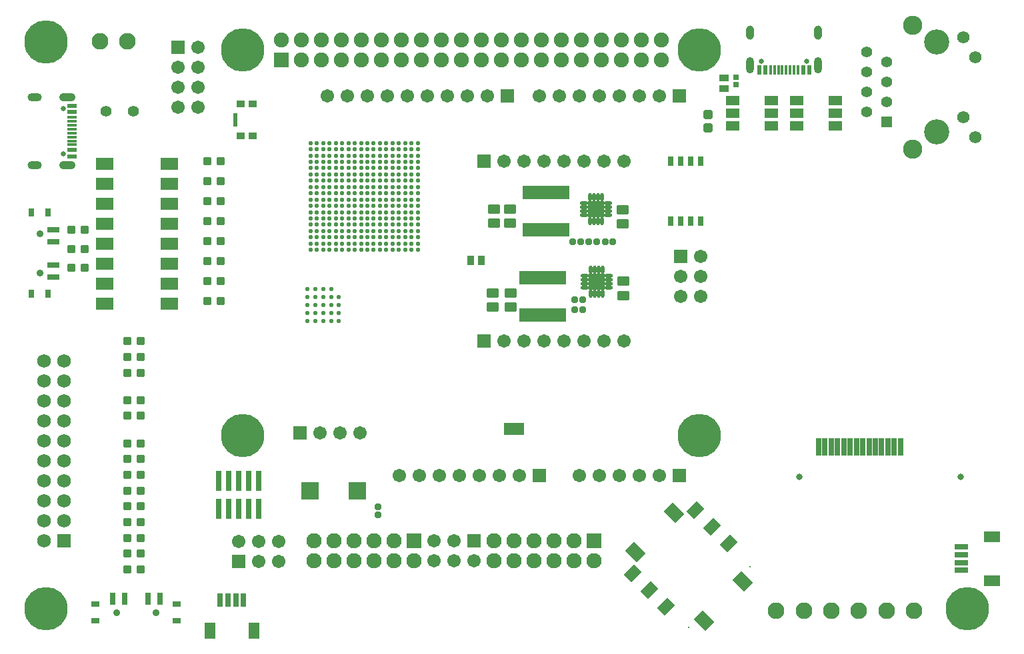
<source format=gts>
G04*
G04 #@! TF.GenerationSoftware,Altium Limited,Altium Designer,23.10.1 (27)*
G04*
G04 Layer_Color=8388736*
%FSLAX44Y44*%
%MOMM*%
G71*
G04*
G04 #@! TF.SameCoordinates,B86BD226-0E7F-4409-BC4F-A9AD3D2462E1*
G04*
G04*
G04 #@! TF.FilePolarity,Negative*
G04*
G01*
G75*
%ADD24R,2.1600X1.5200*%
%ADD28R,0.6000X1.1500*%
%ADD31R,0.7600X1.2700*%
%ADD42R,1.0000X0.9000*%
%ADD43R,0.5500X1.7000*%
%ADD44R,1.1500X0.6000*%
%ADD45R,0.8000X1.0000*%
%ADD50R,1.5000X0.7000*%
%ADD51R,1.0000X0.8000*%
%ADD52R,0.7000X1.5000*%
%ADD56R,0.3000X1.1500*%
%ADD60R,1.1500X0.3000*%
%ADD61R,2.6000X1.6000*%
G04:AMPARAMS|DCode=62|XSize=1.0032mm|YSize=1.0032mm|CornerRadius=0.2016mm|HoleSize=0mm|Usage=FLASHONLY|Rotation=180.000|XOffset=0mm|YOffset=0mm|HoleType=Round|Shape=RoundedRectangle|*
%AMROUNDEDRECTD62*
21,1,1.0032,0.6000,0,0,180.0*
21,1,0.6000,1.0032,0,0,180.0*
1,1,0.4032,-0.3000,0.3000*
1,1,0.4032,0.3000,0.3000*
1,1,0.4032,0.3000,-0.3000*
1,1,0.4032,-0.3000,-0.3000*
%
%ADD62ROUNDEDRECTD62*%
%ADD63C,0.5532*%
%ADD64R,1.7032X1.2032*%
%ADD65R,0.7600X0.7600*%
%ADD66R,1.1532X0.9532*%
%ADD67R,2.0032X2.0032*%
%ADD68O,1.1032X0.4532*%
G04:AMPARAMS|DCode=69|XSize=1.6032mm|YSize=1.2032mm|CornerRadius=0.2266mm|HoleSize=0mm|Usage=FLASHONLY|Rotation=0.000|XOffset=0mm|YOffset=0mm|HoleType=Round|Shape=RoundedRectangle|*
%AMROUNDEDRECTD69*
21,1,1.6032,0.7500,0,0,0.0*
21,1,1.1500,1.2032,0,0,0.0*
1,1,0.4532,0.5750,-0.3750*
1,1,0.4532,-0.5750,-0.3750*
1,1,0.4532,-0.5750,0.3750*
1,1,0.4532,0.5750,0.3750*
%
%ADD69ROUNDEDRECTD69*%
%ADD70O,0.4532X1.1032*%
%ADD71R,0.7033X2.2032*%
%ADD72R,1.7532X0.8032*%
G04:AMPARAMS|DCode=73|XSize=2.1032mm|YSize=1.6032mm|CornerRadius=0mm|HoleSize=0mm|Usage=FLASHONLY|Rotation=135.000|XOffset=0mm|YOffset=0mm|HoleType=Round|Shape=Rectangle|*
%AMROTATEDRECTD73*
4,1,4,1.3104,-0.1768,0.1768,-1.3104,-1.3104,0.1768,-0.1768,1.3104,1.3104,-0.1768,0.0*
%
%ADD73ROTATEDRECTD73*%

G04:AMPARAMS|DCode=74|XSize=0.8032mm|YSize=0.8032mm|CornerRadius=0.1616mm|HoleSize=0mm|Usage=FLASHONLY|Rotation=90.000|XOffset=0mm|YOffset=0mm|HoleType=Round|Shape=RoundedRectangle|*
%AMROUNDEDRECTD74*
21,1,0.8032,0.4800,0,0,90.0*
21,1,0.4800,0.8032,0,0,90.0*
1,1,0.3232,0.2400,0.2400*
1,1,0.3232,0.2400,-0.2400*
1,1,0.3232,-0.2400,-0.2400*
1,1,0.3232,-0.2400,0.2400*
%
%ADD74ROUNDEDRECTD74*%
%ADD75R,0.9532X1.1532*%
G04:AMPARAMS|DCode=76|XSize=1.9032mm|YSize=1.4032mm|CornerRadius=0mm|HoleSize=0mm|Usage=FLASHONLY|Rotation=45.000|XOffset=0mm|YOffset=0mm|HoleType=Round|Shape=Rectangle|*
%AMROTATEDRECTD76*
4,1,4,-0.1768,-1.1690,-1.1690,-0.1768,0.1768,1.1690,1.1690,0.1768,-0.1768,-1.1690,0.0*
%
%ADD76ROTATEDRECTD76*%

%ADD77C,0.5732*%
%ADD78R,2.2032X2.2032*%
%ADD79R,0.8032X2.6032*%
%ADD80R,0.8032X1.7532*%
%ADD81R,5.9032X1.8032*%
G04:AMPARAMS|DCode=82|XSize=0.8032mm|YSize=0.8032mm|CornerRadius=0.1616mm|HoleSize=0mm|Usage=FLASHONLY|Rotation=180.000|XOffset=0mm|YOffset=0mm|HoleType=Round|Shape=RoundedRectangle|*
%AMROUNDEDRECTD82*
21,1,0.8032,0.4800,0,0,180.0*
21,1,0.4800,0.8032,0,0,180.0*
1,1,0.3232,-0.2400,0.2400*
1,1,0.3232,0.2400,0.2400*
1,1,0.3232,0.2400,-0.2400*
1,1,0.3232,-0.2400,-0.2400*
%
%ADD82ROUNDEDRECTD82*%
%ADD83R,0.8382X1.4732*%
%ADD84R,2.0032X1.4032*%
G04:AMPARAMS|DCode=85|XSize=1.2032mm|YSize=1.1032mm|CornerRadius=0.2141mm|HoleSize=0mm|Usage=FLASHONLY|Rotation=0.000|XOffset=0mm|YOffset=0mm|HoleType=Round|Shape=RoundedRectangle|*
%AMROUNDEDRECTD85*
21,1,1.2032,0.6750,0,0,0.0*
21,1,0.7750,1.1032,0,0,0.0*
1,1,0.4282,0.3875,-0.3375*
1,1,0.4282,-0.3875,-0.3375*
1,1,0.4282,-0.3875,0.3375*
1,1,0.4282,0.3875,0.3375*
%
%ADD85ROUNDEDRECTD85*%
%ADD86R,1.4032X2.0032*%
%ADD87C,0.5588*%
%ADD88C,5.5032*%
%ADD89C,1.3900*%
%ADD90C,1.9032*%
%ADD91C,1.7032*%
%ADD92C,2.1032*%
%ADD93C,1.9304*%
%ADD94C,1.4032*%
%ADD95C,1.7532*%
%ADD96C,0.8032*%
%ADD97R,1.7032X1.7032*%
%ADD98C,1.5700*%
%ADD99R,1.7532X1.7532*%
%ADD100R,1.9032X1.9032*%
%ADD101R,1.8796X1.8796*%
%ADD102C,3.2000*%
%ADD103R,1.3900X1.3900*%
%ADD104C,2.4500*%
G04:AMPARAMS|DCode=105|XSize=1mm|YSize=1.8mm|CornerRadius=0.5mm|HoleSize=0mm|Usage=FLASHONLY|Rotation=180.000|XOffset=0mm|YOffset=0mm|HoleType=Round|Shape=RoundedRectangle|*
%AMROUNDEDRECTD105*
21,1,1.0000,0.8000,0,0,180.0*
21,1,0.0000,1.8000,0,0,180.0*
1,1,1.0000,0.0000,0.4000*
1,1,1.0000,0.0000,0.4000*
1,1,1.0000,0.0000,-0.4000*
1,1,1.0000,0.0000,-0.4000*
%
%ADD105ROUNDEDRECTD105*%
G04:AMPARAMS|DCode=106|XSize=1mm|YSize=2.1mm|CornerRadius=0.5mm|HoleSize=0mm|Usage=FLASHONLY|Rotation=180.000|XOffset=0mm|YOffset=0mm|HoleType=Round|Shape=RoundedRectangle|*
%AMROUNDEDRECTD106*
21,1,1.0000,1.1000,0,0,180.0*
21,1,0.0000,2.1000,0,0,180.0*
1,1,1.0000,0.0000,0.5500*
1,1,1.0000,0.0000,0.5500*
1,1,1.0000,0.0000,-0.5500*
1,1,1.0000,0.0000,-0.5500*
%
%ADD106ROUNDEDRECTD106*%
%ADD107C,0.6500*%
%ADD108C,0.9000*%
%ADD109R,1.7032X1.7032*%
%ADD110C,0.2032*%
G04:AMPARAMS|DCode=111|XSize=1mm|YSize=2.1mm|CornerRadius=0.5mm|HoleSize=0mm|Usage=FLASHONLY|Rotation=270.000|XOffset=0mm|YOffset=0mm|HoleType=Round|Shape=RoundedRectangle|*
%AMROUNDEDRECTD111*
21,1,1.0000,1.1000,0,0,270.0*
21,1,0.0000,2.1000,0,0,270.0*
1,1,1.0000,-0.5500,0.0000*
1,1,1.0000,-0.5500,0.0000*
1,1,1.0000,0.5500,0.0000*
1,1,1.0000,0.5500,0.0000*
%
%ADD111ROUNDEDRECTD111*%
G04:AMPARAMS|DCode=112|XSize=1mm|YSize=1.8mm|CornerRadius=0.5mm|HoleSize=0mm|Usage=FLASHONLY|Rotation=270.000|XOffset=0mm|YOffset=0mm|HoleType=Round|Shape=RoundedRectangle|*
%AMROUNDEDRECTD112*
21,1,1.0000,0.8000,0,0,270.0*
21,1,0.0000,1.8000,0,0,270.0*
1,1,1.0000,-0.4000,0.0000*
1,1,1.0000,-0.4000,0.0000*
1,1,1.0000,0.4000,0.0000*
1,1,1.0000,0.4000,0.0000*
%
%ADD112ROUNDEDRECTD112*%
D24*
X534162Y860298D02*
D03*
Y885698D02*
D03*
Y834898D02*
D03*
Y809498D02*
D03*
Y784098D02*
D03*
Y758698D02*
D03*
Y733298D02*
D03*
Y707898D02*
D03*
X616762Y809498D02*
D03*
Y707898D02*
D03*
Y758698D02*
D03*
Y834898D02*
D03*
Y784098D02*
D03*
Y885698D02*
D03*
Y860298D02*
D03*
Y733298D02*
D03*
D28*
X1429500Y1005000D02*
D03*
X1365500D02*
D03*
X1421500D02*
D03*
X1373500D02*
D03*
D31*
X1266190Y889000D02*
D03*
X1253490D02*
D03*
Y812800D02*
D03*
X1266190D02*
D03*
X1278890D02*
D03*
X1291590D02*
D03*
Y889000D02*
D03*
X1278890D02*
D03*
D42*
X722756Y961824D02*
D03*
Y920824D02*
D03*
X706756D02*
D03*
Y961824D02*
D03*
D43*
X700506Y941324D02*
D03*
D44*
X493100Y959100D02*
D03*
Y895100D02*
D03*
Y903100D02*
D03*
Y951100D02*
D03*
D45*
X462620Y823260D02*
D03*
X441620D02*
D03*
X462620Y720260D02*
D03*
X441620D02*
D03*
D50*
X469620Y756760D02*
D03*
Y741760D02*
D03*
Y786760D02*
D03*
Y801760D02*
D03*
D51*
X625940Y325460D02*
D03*
Y304460D02*
D03*
X522940Y325460D02*
D03*
Y304460D02*
D03*
D52*
X589440Y332460D02*
D03*
X544440D02*
D03*
X559440D02*
D03*
X604440D02*
D03*
D56*
X1415000Y1005000D02*
D03*
X1410000D02*
D03*
X1405000D02*
D03*
X1400000D02*
D03*
X1395000D02*
D03*
X1390000D02*
D03*
X1385000D02*
D03*
X1380000D02*
D03*
D60*
X493100Y909600D02*
D03*
Y914600D02*
D03*
Y919600D02*
D03*
Y924600D02*
D03*
Y929600D02*
D03*
Y934600D02*
D03*
Y939600D02*
D03*
Y944600D02*
D03*
D61*
X1054599Y548640D02*
D03*
D62*
X580000Y660000D02*
D03*
X563000D02*
D03*
X681600Y889000D02*
D03*
Y863600D02*
D03*
Y812800D02*
D03*
Y787400D02*
D03*
Y838200D02*
D03*
Y762000D02*
D03*
Y736600D02*
D03*
Y711200D02*
D03*
X563000Y620000D02*
D03*
Y640000D02*
D03*
Y585000D02*
D03*
Y565000D02*
D03*
Y530000D02*
D03*
Y510000D02*
D03*
Y430000D02*
D03*
Y470000D02*
D03*
Y490000D02*
D03*
Y450000D02*
D03*
Y370000D02*
D03*
Y390000D02*
D03*
Y410000D02*
D03*
X664600Y812800D02*
D03*
X580000Y640000D02*
D03*
Y620000D02*
D03*
Y370000D02*
D03*
X491880Y753110D02*
D03*
X508880D02*
D03*
X491880Y801370D02*
D03*
X508880D02*
D03*
X491880Y777240D02*
D03*
X508880D02*
D03*
X664600Y711200D02*
D03*
Y736600D02*
D03*
X580000Y530000D02*
D03*
Y510000D02*
D03*
Y585000D02*
D03*
Y490000D02*
D03*
Y470000D02*
D03*
Y565000D02*
D03*
Y450000D02*
D03*
Y430000D02*
D03*
Y410000D02*
D03*
Y390000D02*
D03*
X664600Y838200D02*
D03*
Y863600D02*
D03*
Y889000D02*
D03*
Y762000D02*
D03*
Y787400D02*
D03*
D63*
X860000Y840000D02*
D03*
X932000Y872000D02*
D03*
X916000Y904000D02*
D03*
X892000Y912000D02*
D03*
X908000Y880000D02*
D03*
X884000Y888000D02*
D03*
X924000Y848000D02*
D03*
X892000Y864000D02*
D03*
X876000D02*
D03*
X884000Y856000D02*
D03*
X868000D02*
D03*
X892000Y848000D02*
D03*
Y832000D02*
D03*
X884000Y840000D02*
D03*
X876000Y832000D02*
D03*
X916000Y824000D02*
D03*
X908000Y800000D02*
D03*
X884000Y824000D02*
D03*
X868000D02*
D03*
X884000Y808000D02*
D03*
X932000Y792000D02*
D03*
X900000Y776000D02*
D03*
X876000Y784000D02*
D03*
X860000Y896000D02*
D03*
X836000Y904000D02*
D03*
X852000Y872000D02*
D03*
X828000Y880000D02*
D03*
X860000Y864000D02*
D03*
X852000Y856000D02*
D03*
X844000Y864000D02*
D03*
Y848000D02*
D03*
X836000Y856000D02*
D03*
X820000D02*
D03*
X812000Y912000D02*
D03*
X804000Y888000D02*
D03*
X796000Y864000D02*
D03*
X852000Y840000D02*
D03*
X860000Y832000D02*
D03*
X836000Y840000D02*
D03*
X844000Y832000D02*
D03*
X860000Y816000D02*
D03*
X852000Y824000D02*
D03*
X836000D02*
D03*
X852000Y792000D02*
D03*
X812000Y832000D02*
D03*
X804000Y808000D02*
D03*
X828000Y800000D02*
D03*
X796000Y784000D02*
D03*
X820000Y776000D02*
D03*
X860000Y848000D02*
D03*
X868000Y840000D02*
D03*
X876000D02*
D03*
X876000Y848000D02*
D03*
X884000Y896000D02*
D03*
Y904000D02*
D03*
X924000Y776000D02*
D03*
Y784000D02*
D03*
X924000Y792000D02*
D03*
X924000Y800000D02*
D03*
Y816000D02*
D03*
Y824000D02*
D03*
X924000Y832000D02*
D03*
X932000Y776000D02*
D03*
Y784000D02*
D03*
Y800000D02*
D03*
Y808000D02*
D03*
Y816000D02*
D03*
Y824000D02*
D03*
X932000Y840000D02*
D03*
X932000Y864000D02*
D03*
X932000Y856000D02*
D03*
X916000Y776000D02*
D03*
X908000D02*
D03*
X900000Y912000D02*
D03*
X900000Y840000D02*
D03*
Y800000D02*
D03*
X876000Y776000D02*
D03*
X844000Y872000D02*
D03*
X836000Y776000D02*
D03*
X820000Y832000D02*
D03*
X812000Y864000D02*
D03*
X796000Y808000D02*
D03*
X932000Y848000D02*
D03*
X924000Y840000D02*
D03*
X916000Y912000D02*
D03*
X884000Y792000D02*
D03*
X868000Y904000D02*
D03*
Y872000D02*
D03*
X860000Y912000D02*
D03*
X836000Y896000D02*
D03*
Y816000D02*
D03*
X828000Y872000D02*
D03*
Y816000D02*
D03*
X820000Y840000D02*
D03*
Y800000D02*
D03*
X796000Y912000D02*
D03*
X916000Y832000D02*
D03*
X908000Y912000D02*
D03*
Y872000D02*
D03*
Y848000D02*
D03*
X884000Y880000D02*
D03*
X868000Y896000D02*
D03*
X852000Y904000D02*
D03*
X812000Y784000D02*
D03*
X844000Y776000D02*
D03*
X804000Y880000D02*
D03*
X796000Y872000D02*
D03*
X932000Y896000D02*
D03*
X932000Y880000D02*
D03*
X916000Y856000D02*
D03*
X908000Y904000D02*
D03*
X900000Y824000D02*
D03*
X892000Y880000D02*
D03*
X884000Y800000D02*
D03*
X876000Y880000D02*
D03*
X868000Y792000D02*
D03*
X836000Y808000D02*
D03*
X828000Y776000D02*
D03*
X820000Y888000D02*
D03*
Y872000D02*
D03*
X796000Y776000D02*
D03*
X916000Y808000D02*
D03*
X916000Y800000D02*
D03*
X884000Y872000D02*
D03*
X876000Y896000D02*
D03*
X876000Y872000D02*
D03*
X868000Y848000D02*
D03*
Y784000D02*
D03*
X828000Y856000D02*
D03*
X804000D02*
D03*
X796000D02*
D03*
Y840000D02*
D03*
Y792000D02*
D03*
X924000Y864000D02*
D03*
X908000Y896000D02*
D03*
X892000Y888000D02*
D03*
X860000Y792000D02*
D03*
X844000Y896000D02*
D03*
X836000Y792000D02*
D03*
X828000Y904000D02*
D03*
X828000Y792000D02*
D03*
X804000Y832000D02*
D03*
Y824000D02*
D03*
X924000Y912000D02*
D03*
Y904000D02*
D03*
X908000Y824000D02*
D03*
Y792000D02*
D03*
X900000Y848000D02*
D03*
X892000Y800000D02*
D03*
X868000Y888000D02*
D03*
X852000Y776000D02*
D03*
X828000Y912000D02*
D03*
X820000Y864000D02*
D03*
X812000Y896000D02*
D03*
X804000Y800000D02*
D03*
Y776000D02*
D03*
X796000Y888000D02*
D03*
X916000Y896000D02*
D03*
X900000Y904000D02*
D03*
X892000Y808000D02*
D03*
Y784000D02*
D03*
X884000Y776000D02*
D03*
X876000Y808000D02*
D03*
X868000Y912000D02*
D03*
X868000Y808000D02*
D03*
X844000Y800000D02*
D03*
X828000Y888000D02*
D03*
Y848000D02*
D03*
X820000Y824000D02*
D03*
Y792000D02*
D03*
X812000Y816000D02*
D03*
X804000Y912000D02*
D03*
X796000Y904000D02*
D03*
X804000Y848000D02*
D03*
X812000Y872000D02*
D03*
X820000Y896000D02*
D03*
X844000Y888000D02*
D03*
X852000Y912000D02*
D03*
X868000Y800000D02*
D03*
Y880000D02*
D03*
X876000Y904000D02*
D03*
X892000Y792000D02*
D03*
X892000Y872000D02*
D03*
X900000Y816000D02*
D03*
Y832000D02*
D03*
Y856000D02*
D03*
Y864000D02*
D03*
Y872000D02*
D03*
X900000Y896000D02*
D03*
X908000Y840000D02*
D03*
X916000Y784000D02*
D03*
X916000Y864000D02*
D03*
X924000Y808000D02*
D03*
Y888000D02*
D03*
X932000Y832000D02*
D03*
Y912000D02*
D03*
X924000Y872000D02*
D03*
X908000Y808000D02*
D03*
X900000Y880000D02*
D03*
X892000Y896000D02*
D03*
X884000Y784000D02*
D03*
X852000D02*
D03*
X820000Y808000D02*
D03*
X804000Y896000D02*
D03*
X924000Y896000D02*
D03*
X916000Y816000D02*
D03*
X908000Y784000D02*
D03*
X876000Y800000D02*
D03*
X852000Y888000D02*
D03*
X852000Y880000D02*
D03*
X844000Y912000D02*
D03*
X836000D02*
D03*
Y880000D02*
D03*
X828000Y840000D02*
D03*
X812000Y888000D02*
D03*
Y776000D02*
D03*
X804000Y864000D02*
D03*
X796000Y816000D02*
D03*
X916000Y840000D02*
D03*
X908000Y856000D02*
D03*
Y816000D02*
D03*
X900000Y784000D02*
D03*
X892000Y776000D02*
D03*
X852000Y816000D02*
D03*
Y800000D02*
D03*
X836000Y832000D02*
D03*
Y848000D02*
D03*
X844000Y824000D02*
D03*
Y840000D02*
D03*
Y856000D02*
D03*
X852000Y832000D02*
D03*
X860000Y824000D02*
D03*
Y856000D02*
D03*
X868000Y832000D02*
D03*
X876000Y824000D02*
D03*
X876000Y856000D02*
D03*
X884000Y832000D02*
D03*
Y848000D02*
D03*
X892000Y824000D02*
D03*
X892000Y840000D02*
D03*
X892000Y856000D02*
D03*
X828000Y824000D02*
D03*
Y784000D02*
D03*
X812000Y840000D02*
D03*
X796000Y896000D02*
D03*
Y832000D02*
D03*
X932000Y888000D02*
D03*
X900000Y888000D02*
D03*
X884000Y912000D02*
D03*
X876000Y816000D02*
D03*
X852000Y808000D02*
D03*
X844000Y792000D02*
D03*
X836000Y888000D02*
D03*
X820000Y904000D02*
D03*
Y880000D02*
D03*
Y784000D02*
D03*
X812000Y856000D02*
D03*
X812000Y800000D02*
D03*
X804000Y816000D02*
D03*
X796000Y800000D02*
D03*
X924000Y880000D02*
D03*
X916000D02*
D03*
Y792000D02*
D03*
X876000Y792000D02*
D03*
X860000Y888000D02*
D03*
Y880000D02*
D03*
Y784000D02*
D03*
X844000Y816000D02*
D03*
X836000Y800000D02*
D03*
X828000Y808000D02*
D03*
X820000Y848000D02*
D03*
X812000Y904000D02*
D03*
X804000Y792000D02*
D03*
X796000Y848000D02*
D03*
X916000D02*
D03*
X908000Y864000D02*
D03*
X900000Y792000D02*
D03*
X892000Y816000D02*
D03*
X884000D02*
D03*
X860000Y800000D02*
D03*
X828000Y896000D02*
D03*
X812000Y848000D02*
D03*
X812000Y824000D02*
D03*
X804000Y784000D02*
D03*
X796000Y880000D02*
D03*
Y824000D02*
D03*
X812000Y792000D02*
D03*
X820000Y816000D02*
D03*
X828000Y832000D02*
D03*
X836000Y784000D02*
D03*
Y864000D02*
D03*
X844000Y808000D02*
D03*
X852000Y848000D02*
D03*
X852000Y864000D02*
D03*
X860000Y776000D02*
D03*
X868000Y864000D02*
D03*
X884000D02*
D03*
X916000Y872000D02*
D03*
X900000Y808000D02*
D03*
X892000Y904000D02*
D03*
X876000Y912000D02*
D03*
Y888000D02*
D03*
X868000Y816000D02*
D03*
X868000Y776000D02*
D03*
X860000Y872000D02*
D03*
X860000Y808000D02*
D03*
X836000Y872000D02*
D03*
X828000Y864000D02*
D03*
X812000Y808000D02*
D03*
X804000Y904000D02*
D03*
X932000D02*
D03*
X924000Y856000D02*
D03*
X916000Y888000D02*
D03*
X908000D02*
D03*
Y832000D02*
D03*
X860000Y904000D02*
D03*
X852000Y896000D02*
D03*
X844000Y904000D02*
D03*
Y880000D02*
D03*
Y784000D02*
D03*
X820000Y912000D02*
D03*
X804000Y872000D02*
D03*
Y840000D02*
D03*
X812000Y880000D02*
D03*
D64*
X1462140Y949960D02*
D03*
X1380860D02*
D03*
X1413140Y965960D02*
D03*
Y949960D02*
D03*
Y933960D02*
D03*
X1462140Y965960D02*
D03*
Y933960D02*
D03*
X1380860D02*
D03*
Y965960D02*
D03*
X1331860Y933960D02*
D03*
Y949960D02*
D03*
Y965960D02*
D03*
D65*
X1336040Y995200D02*
D03*
Y986000D02*
D03*
D66*
X1320800Y994715D02*
D03*
Y980715D02*
D03*
D67*
X1158250Y827920D02*
D03*
X1159510Y735330D02*
D03*
D68*
X1143000Y835420D02*
D03*
Y830420D02*
D03*
Y825420D02*
D03*
X1144260Y742830D02*
D03*
Y737830D02*
D03*
Y732830D02*
D03*
X1173500Y835420D02*
D03*
Y830420D02*
D03*
Y825420D02*
D03*
Y820420D02*
D03*
X1143000D02*
D03*
X1174760Y742830D02*
D03*
Y737830D02*
D03*
Y732830D02*
D03*
Y727830D02*
D03*
X1144260D02*
D03*
D69*
X1192530Y808990D02*
D03*
X1028590Y828150D02*
D03*
X1048910D02*
D03*
X1193000Y718000D02*
D03*
X1050290Y721470D02*
D03*
X1027430D02*
D03*
X1028590Y810150D02*
D03*
X1048910D02*
D03*
X1192530Y826990D02*
D03*
X1050290Y703470D02*
D03*
X1027430D02*
D03*
X1193000Y736000D02*
D03*
D70*
X1150750Y812670D02*
D03*
X1152010Y720080D02*
D03*
X1150750Y843170D02*
D03*
X1155750D02*
D03*
X1160750D02*
D03*
X1165750D02*
D03*
Y812670D02*
D03*
X1160750D02*
D03*
X1155750D02*
D03*
X1152010Y750580D02*
D03*
X1157010D02*
D03*
X1162010D02*
D03*
X1167010D02*
D03*
Y720080D02*
D03*
X1162010D02*
D03*
X1157010D02*
D03*
D71*
X1537221Y525681D02*
D03*
X1473220D02*
D03*
X1449220D02*
D03*
X1529220D02*
D03*
X1457221D02*
D03*
X1441221D02*
D03*
X1545219D02*
D03*
X1505219D02*
D03*
X1481221D02*
D03*
X1521221D02*
D03*
X1513220D02*
D03*
X1465219D02*
D03*
X1489220D02*
D03*
X1497221D02*
D03*
D72*
X1622410Y368600D02*
D03*
Y378600D02*
D03*
Y398600D02*
D03*
Y388600D02*
D03*
D73*
X1344897Y354297D02*
D03*
X1295400Y304800D02*
D03*
X1257570Y441625D02*
D03*
X1208072Y392128D02*
D03*
D74*
X1159385Y786266D02*
D03*
X1131650Y699770D02*
D03*
X1170000Y786000D02*
D03*
X1180000D02*
D03*
X1139110Y786130D02*
D03*
X1129110D02*
D03*
X1149385Y786266D02*
D03*
X1131650Y712470D02*
D03*
X1141650Y699770D02*
D03*
Y712470D02*
D03*
D75*
X999000Y763000D02*
D03*
X1013000D02*
D03*
D76*
X1305830Y423771D02*
D03*
X1225927Y343868D02*
D03*
X1247140Y322654D02*
D03*
X1327043Y402557D02*
D03*
X1204714Y365081D02*
D03*
X1284617Y444984D02*
D03*
D77*
X812000Y726000D02*
D03*
X822000Y706000D02*
D03*
X792000Y686000D02*
D03*
X832000Y716000D02*
D03*
Y686000D02*
D03*
X822000Y696000D02*
D03*
Y686000D02*
D03*
X812000Y716000D02*
D03*
Y686000D02*
D03*
X802000Y726000D02*
D03*
X792000D02*
D03*
Y696000D02*
D03*
Y716000D02*
D03*
X802000Y706000D02*
D03*
X792000D02*
D03*
X832000D02*
D03*
X802000Y686000D02*
D03*
X812000Y706000D02*
D03*
X822000Y716000D02*
D03*
X802000Y696000D02*
D03*
X832000D02*
D03*
X822000Y726000D02*
D03*
X812000Y696000D02*
D03*
X802000Y716000D02*
D03*
D78*
X795500Y469900D02*
D03*
X855500D02*
D03*
D79*
X717550Y482600D02*
D03*
X704850D02*
D03*
X679450D02*
D03*
X692150Y446600D02*
D03*
X704850D02*
D03*
X679450D02*
D03*
X730250D02*
D03*
Y482600D02*
D03*
X717550Y446600D02*
D03*
X692150Y482600D02*
D03*
D80*
X680900Y330850D02*
D03*
X690900D02*
D03*
X710900D02*
D03*
X700900D02*
D03*
D81*
X1094740Y802000D02*
D03*
Y849000D02*
D03*
X1090930Y693376D02*
D03*
Y740376D02*
D03*
D82*
X881380Y449500D02*
D03*
Y439500D02*
D03*
D83*
X1046480Y548640D02*
D03*
X1062959D02*
D03*
X1054718D02*
D03*
D84*
X1661160Y411600D02*
D03*
Y355600D02*
D03*
D85*
X1300480Y931300D02*
D03*
Y948300D02*
D03*
D86*
X723900Y292100D02*
D03*
X667900D02*
D03*
D87*
X1290000Y519119D02*
D03*
X1275235Y525235D02*
D03*
X1269119Y540000D02*
D03*
X1275235Y554765D02*
D03*
X1290000Y560881D02*
D03*
X1304765Y554765D02*
D03*
X1310881Y540000D02*
D03*
X1304765Y525235D02*
D03*
X724765D02*
D03*
X730881Y540000D02*
D03*
X724765Y554765D02*
D03*
X710000Y560881D02*
D03*
X695235Y554765D02*
D03*
X689119Y540000D02*
D03*
X695235Y525235D02*
D03*
X710000Y519119D02*
D03*
Y1009119D02*
D03*
X695235Y1015235D02*
D03*
X689119Y1030000D02*
D03*
X695235Y1044765D02*
D03*
X710000Y1050881D02*
D03*
X724765Y1044765D02*
D03*
X730881Y1030000D02*
D03*
X724765Y1015235D02*
D03*
X1304765D02*
D03*
X1310881Y1030000D02*
D03*
X1304765Y1044765D02*
D03*
X1290000Y1050881D02*
D03*
X1275235Y1044765D02*
D03*
X1269119Y1030000D02*
D03*
X1275235Y1015235D02*
D03*
X1290000Y1009119D02*
D03*
X460000Y299119D02*
D03*
X445235Y305235D02*
D03*
X439119Y320000D02*
D03*
X445235Y334765D02*
D03*
X460000Y340881D02*
D03*
X474765Y334765D02*
D03*
X480881Y320000D02*
D03*
X474765Y305235D02*
D03*
X1644765D02*
D03*
X1650881Y320000D02*
D03*
X1644765Y334765D02*
D03*
X1630000Y340881D02*
D03*
X1615235Y334765D02*
D03*
X1609119Y320000D02*
D03*
X1615235Y305235D02*
D03*
X1630000Y299119D02*
D03*
X460000Y1019119D02*
D03*
X445235Y1025235D02*
D03*
X439119Y1040000D02*
D03*
X445235Y1054765D02*
D03*
X460000Y1060881D02*
D03*
X474765Y1054765D02*
D03*
X480881Y1040000D02*
D03*
X474765Y1025235D02*
D03*
D88*
X1290000Y540000D02*
D03*
X710000D02*
D03*
Y1030000D02*
D03*
X1290000D02*
D03*
X460000Y320000D02*
D03*
X1630000D02*
D03*
X460000Y1040000D02*
D03*
D89*
X1502300Y1027300D02*
D03*
X1527700Y963800D02*
D03*
Y989200D02*
D03*
Y1014600D02*
D03*
X1502300Y951100D02*
D03*
Y976500D02*
D03*
Y1001900D02*
D03*
D90*
X1114300Y1042700D02*
D03*
X1165100D02*
D03*
X987300D02*
D03*
X1063500Y1017300D02*
D03*
X1241300D02*
D03*
X911100Y1042700D02*
D03*
X860300Y1017300D02*
D03*
X809500Y1042700D02*
D03*
X961900Y1017300D02*
D03*
X1241300Y1042700D02*
D03*
X1215900D02*
D03*
Y1017300D02*
D03*
X1190500Y1042700D02*
D03*
Y1017300D02*
D03*
X1165100D02*
D03*
X1139700Y1042700D02*
D03*
Y1017300D02*
D03*
X1114300D02*
D03*
X1088900Y1042700D02*
D03*
Y1017300D02*
D03*
X1063500Y1042700D02*
D03*
X1038100D02*
D03*
Y1017300D02*
D03*
X1012700Y1042700D02*
D03*
Y1017300D02*
D03*
X987300D02*
D03*
X961900Y1042700D02*
D03*
X936500D02*
D03*
Y1017300D02*
D03*
X911100D02*
D03*
X885700Y1042700D02*
D03*
Y1017300D02*
D03*
X860300Y1042700D02*
D03*
X834900D02*
D03*
Y1017300D02*
D03*
X809500D02*
D03*
X784100Y1042700D02*
D03*
Y1017300D02*
D03*
X758700Y1042700D02*
D03*
D91*
X1193800Y889000D02*
D03*
X893760Y971800D02*
D03*
X1291400Y717300D02*
D03*
X1193800Y660400D02*
D03*
X1061400Y489200D02*
D03*
X1036000D02*
D03*
X858520Y543560D02*
D03*
X755650Y405130D02*
D03*
X652780Y1033780D02*
D03*
X755650Y379730D02*
D03*
X652780Y1008380D02*
D03*
X959800Y489200D02*
D03*
X652780Y982980D02*
D03*
X1168400Y660400D02*
D03*
X985200Y489200D02*
D03*
X934400D02*
D03*
X1291400Y768100D02*
D03*
X704850Y405130D02*
D03*
X730250Y379730D02*
D03*
X652780Y957580D02*
D03*
X730250Y405130D02*
D03*
X995360Y971800D02*
D03*
X817560D02*
D03*
X842960D02*
D03*
X868360D02*
D03*
X919160D02*
D03*
X944560D02*
D03*
X969960D02*
D03*
X1020760D02*
D03*
X1239200Y489200D02*
D03*
X1213800D02*
D03*
X1188400D02*
D03*
X1163000D02*
D03*
X1137600D02*
D03*
X1266000Y717300D02*
D03*
X1291400Y742700D02*
D03*
X1266000D02*
D03*
X627380Y957580D02*
D03*
Y982980D02*
D03*
Y1008380D02*
D03*
X1168400Y889000D02*
D03*
X1143000D02*
D03*
X1117600D02*
D03*
X1092200D02*
D03*
X1066800D02*
D03*
X1041400D02*
D03*
X952500Y381000D02*
D03*
X977900D02*
D03*
X1003300D02*
D03*
X952500Y406400D02*
D03*
X977900D02*
D03*
X833120Y543560D02*
D03*
X807720D02*
D03*
X909000Y489200D02*
D03*
X1010600D02*
D03*
X1086800Y971800D02*
D03*
X1112200D02*
D03*
X1137600D02*
D03*
X1163000D02*
D03*
X1188400D02*
D03*
X1213800D02*
D03*
X1239200D02*
D03*
X1041400Y660400D02*
D03*
X1066800D02*
D03*
X1092200D02*
D03*
X1117600D02*
D03*
X1143000D02*
D03*
D92*
X1492400Y317500D02*
D03*
X1387400D02*
D03*
X528600Y1041400D02*
D03*
X1422400Y317500D02*
D03*
X1457400D02*
D03*
X563600Y1041400D02*
D03*
X1562400Y317500D02*
D03*
X1527400D02*
D03*
D93*
X1054100Y406400D02*
D03*
Y381000D02*
D03*
X825500Y406400D02*
D03*
Y381000D02*
D03*
X1028700D02*
D03*
Y406400D02*
D03*
X800100Y381000D02*
D03*
Y406400D02*
D03*
X850900Y381000D02*
D03*
X876300D02*
D03*
X901700D02*
D03*
X927100D02*
D03*
X850900Y406400D02*
D03*
X876300D02*
D03*
X901700D02*
D03*
X1130300D02*
D03*
X1104900D02*
D03*
X1079500D02*
D03*
X1155700Y381000D02*
D03*
X1130300D02*
D03*
X1104900D02*
D03*
X1079500D02*
D03*
D94*
X535738Y952246D02*
D03*
X570738D02*
D03*
D95*
X457200Y635000D02*
D03*
Y609600D02*
D03*
Y584200D02*
D03*
Y533400D02*
D03*
Y558800D02*
D03*
Y508000D02*
D03*
Y482600D02*
D03*
Y457200D02*
D03*
Y431800D02*
D03*
X482600Y457200D02*
D03*
Y558800D02*
D03*
Y584200D02*
D03*
Y482600D02*
D03*
Y431800D02*
D03*
Y533400D02*
D03*
Y508000D02*
D03*
Y635000D02*
D03*
Y609600D02*
D03*
X457200Y406400D02*
D03*
D96*
X1416721Y487682D02*
D03*
X1621221D02*
D03*
D97*
X782320Y543560D02*
D03*
X704850Y379730D02*
D03*
X1046160Y971800D02*
D03*
X1264600Y489200D02*
D03*
X1016000Y889000D02*
D03*
X1003300Y406400D02*
D03*
X1086800Y489200D02*
D03*
X1264600Y971800D02*
D03*
X1016000Y660400D02*
D03*
D98*
X1640200Y919600D02*
D03*
X1625000Y1046100D02*
D03*
Y945000D02*
D03*
X1640200Y1020700D02*
D03*
D99*
X482600Y406400D02*
D03*
D100*
X758700Y1017300D02*
D03*
D101*
X927100Y406400D02*
D03*
X1155700D02*
D03*
D102*
X1591200Y1040000D02*
D03*
Y925700D02*
D03*
D103*
X1527700Y938400D02*
D03*
D104*
X1560700Y1061600D02*
D03*
Y904100D02*
D03*
D105*
X1440700Y1052550D02*
D03*
X1354300D02*
D03*
D106*
X1440700Y1010750D02*
D03*
X1354300D02*
D03*
D107*
X1426400Y1015750D02*
D03*
X1368600D02*
D03*
X482350Y898200D02*
D03*
Y956000D02*
D03*
D108*
X549440Y314960D02*
D03*
X599440D02*
D03*
X452120Y746760D02*
D03*
Y796760D02*
D03*
D109*
X1266000Y768100D02*
D03*
X627380Y1033780D02*
D03*
D110*
X1353913Y373566D02*
D03*
X1276131Y295784D02*
D03*
D111*
X487350Y883900D02*
D03*
Y970300D02*
D03*
D112*
X445550Y883900D02*
D03*
Y970300D02*
D03*
M02*

</source>
